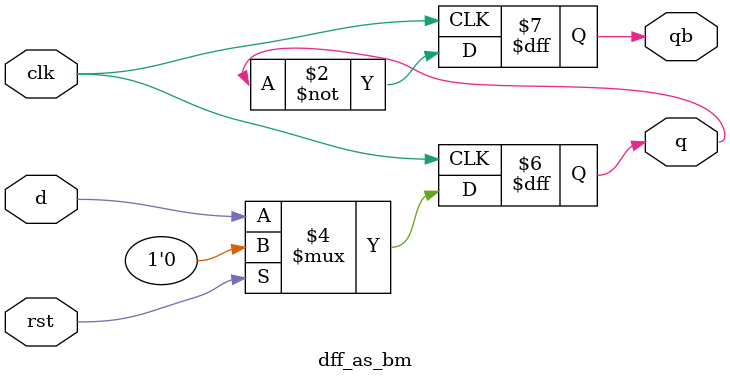
<source format=v>
module dff_as_bm
(input d,clk,rst,
output reg q,qb);
always @ (posedge clk)
begin
if (rst)
begin
q<=0;
qb<=0;
end
else
q<=d;
qb<=~q;
end
endmodule

</source>
